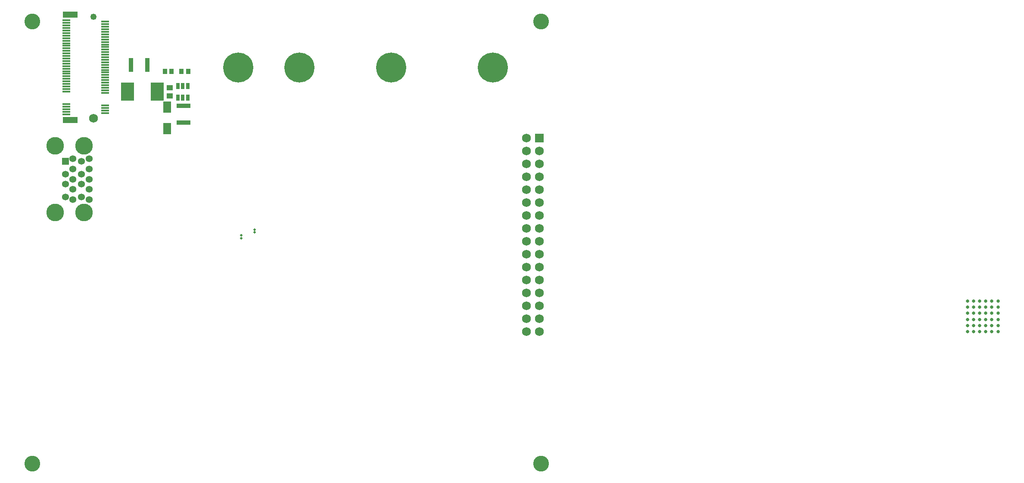
<source format=gbs>
G04*
G04 #@! TF.GenerationSoftware,Altium Limited,Altium Designer,25.1.2 (22)*
G04*
G04 Layer_Color=16711935*
%FSLAX44Y44*%
%MOMM*%
G71*
G04*
G04 #@! TF.SameCoordinates,47DE64E8-2747-4DE2-8CAA-9D4F0D5BEAA4*
G04*
G04*
G04 #@! TF.FilePolarity,Negative*
G04*
G01*
G75*
%ADD29C,3.4660*%
%ADD30C,1.3580*%
%ADD31C,1.7500*%
%ADD32C,1.2500*%
%ADD33C,5.9000*%
%ADD34C,0.6300*%
%ADD35R,1.7500X1.7500*%
%ADD36C,0.1000*%
%ADD37R,1.3580X1.3580*%
%ADD38C,3.1000*%
%ADD39C,0.5000*%
%ADD65R,0.9542X2.7062*%
%ADD71R,2.7062X0.9542*%
%ADD74R,0.9000X1.0500*%
%ADD75R,1.1500X1.0000*%
%ADD76R,0.7000X1.3000*%
%ADD77R,2.5130X3.5290*%
%ADD78R,1.6000X2.2200*%
%ADD79R,2.8500X1.3000*%
%ADD80R,1.6500X0.4000*%
D29*
X151800Y675700D02*
D03*
X95000D02*
D03*
X151800Y544300D02*
D03*
X95000D02*
D03*
D30*
X130000Y610000D02*
D03*
X147000Y575000D02*
D03*
X115000D02*
D03*
X162000Y610000D02*
D03*
X115000Y600000D02*
D03*
X130000Y570000D02*
D03*
X115000Y620000D02*
D03*
X162000Y650000D02*
D03*
Y630000D02*
D03*
Y590000D02*
D03*
Y570000D02*
D03*
X147000Y620000D02*
D03*
X130000Y630000D02*
D03*
Y590000D02*
D03*
X147000Y600000D02*
D03*
X130000Y650000D02*
D03*
X147000Y645000D02*
D03*
D31*
X170000Y730000D02*
D03*
X1047000Y665100D02*
D03*
Y639700D02*
D03*
Y614300D02*
D03*
Y588900D02*
D03*
Y563500D02*
D03*
Y411100D02*
D03*
Y436500D02*
D03*
Y461900D02*
D03*
Y487300D02*
D03*
Y512700D02*
D03*
Y538100D02*
D03*
X1021600Y334900D02*
D03*
X1047000D02*
D03*
X1021600Y385700D02*
D03*
X1047000D02*
D03*
X1021600Y436500D02*
D03*
Y487300D02*
D03*
Y538100D02*
D03*
Y588900D02*
D03*
Y639700D02*
D03*
Y690500D02*
D03*
Y309500D02*
D03*
Y360300D02*
D03*
Y411100D02*
D03*
Y461900D02*
D03*
Y512700D02*
D03*
Y563500D02*
D03*
Y614300D02*
D03*
Y665100D02*
D03*
X1047000Y309500D02*
D03*
Y360300D02*
D03*
D32*
X170000Y930000D02*
D03*
D33*
X955000Y830000D02*
D03*
X755000D02*
D03*
X575000D02*
D03*
X455000D02*
D03*
D34*
X1948000Y310000D02*
D03*
X1936000D02*
D03*
X1924000D02*
D03*
X1912000D02*
D03*
X1900000D02*
D03*
X1888000D02*
D03*
X1948000Y322000D02*
D03*
X1936000D02*
D03*
X1924000D02*
D03*
X1912000D02*
D03*
X1900000D02*
D03*
X1888000D02*
D03*
X1948000Y334000D02*
D03*
X1936000D02*
D03*
X1924000D02*
D03*
X1912000D02*
D03*
X1900000D02*
D03*
X1888000D02*
D03*
X1948000Y346000D02*
D03*
X1936000D02*
D03*
X1924000D02*
D03*
X1912000D02*
D03*
X1900000D02*
D03*
X1888000D02*
D03*
X1948000Y358000D02*
D03*
X1936000D02*
D03*
X1924000D02*
D03*
X1912000D02*
D03*
X1900000D02*
D03*
X1888000D02*
D03*
X1948000Y370000D02*
D03*
X1936000D02*
D03*
X1924000D02*
D03*
X1912000D02*
D03*
X1900000D02*
D03*
X1888000D02*
D03*
D35*
X1047000Y690500D02*
D03*
D36*
X1072400Y741300D02*
D03*
Y258700D02*
D03*
D37*
X115000Y645000D02*
D03*
D38*
X1050000Y50000D02*
D03*
Y920000D02*
D03*
X50000D02*
D03*
Y50000D02*
D03*
D39*
X461000Y493750D02*
D03*
Y499250D02*
D03*
X487027Y505211D02*
D03*
X487000Y510750D02*
D03*
D65*
X276250Y835000D02*
D03*
X243750D02*
D03*
D71*
X347000Y721750D02*
D03*
Y754250D02*
D03*
D74*
X343424Y822001D02*
D03*
X356424D02*
D03*
X323920Y822000D02*
D03*
X310920D02*
D03*
D75*
X320000Y774000D02*
D03*
Y790000D02*
D03*
D76*
X336419Y793500D02*
D03*
Y770500D02*
D03*
X345920D02*
D03*
X355420D02*
D03*
Y793500D02*
D03*
X345920D02*
D03*
D77*
X295920Y782000D02*
D03*
X237500D02*
D03*
D78*
X315000Y752150D02*
D03*
Y709850D02*
D03*
D79*
X125000Y726500D02*
D03*
Y933500D02*
D03*
D80*
X117250Y737500D02*
D03*
X192750Y740000D02*
D03*
X117250Y742500D02*
D03*
X192750Y745000D02*
D03*
X117250Y747500D02*
D03*
X192750Y750000D02*
D03*
X117250Y752500D02*
D03*
X192750Y755000D02*
D03*
X117250Y757500D02*
D03*
X192750Y780000D02*
D03*
X117250Y782500D02*
D03*
X192750Y784999D02*
D03*
X117250Y797500D02*
D03*
X192750Y805000D02*
D03*
Y810000D02*
D03*
X117250Y812500D02*
D03*
X192750Y815000D02*
D03*
Y820000D02*
D03*
Y825000D02*
D03*
X117250Y827500D02*
D03*
X192750Y830000D02*
D03*
X117250Y832500D02*
D03*
X192750Y835000D02*
D03*
X117250Y837500D02*
D03*
X192750Y840000D02*
D03*
X117250Y842499D02*
D03*
X192750Y845000D02*
D03*
X117250Y847500D02*
D03*
X192750Y850000D02*
D03*
X117250Y852500D02*
D03*
X192750Y855000D02*
D03*
X117250Y857500D02*
D03*
X192750Y860000D02*
D03*
X117250Y862500D02*
D03*
X192750Y865000D02*
D03*
X117250Y867500D02*
D03*
X192750Y870000D02*
D03*
X117250Y872500D02*
D03*
X192750Y875000D02*
D03*
X117250Y877500D02*
D03*
X192750Y880000D02*
D03*
X117250Y882500D02*
D03*
X192750Y885000D02*
D03*
X117250Y887500D02*
D03*
X192750Y890000D02*
D03*
X117250Y892500D02*
D03*
X192750Y895000D02*
D03*
X117250Y897500D02*
D03*
X192750Y899999D02*
D03*
X117250Y902500D02*
D03*
X192750Y905000D02*
D03*
X117250Y907500D02*
D03*
X192750Y909999D02*
D03*
X117250Y912500D02*
D03*
X192750Y915000D02*
D03*
X117250Y917500D02*
D03*
X192750Y920000D02*
D03*
X117250Y922500D02*
D03*
Y817500D02*
D03*
Y822500D02*
D03*
Y792500D02*
D03*
Y807500D02*
D03*
Y802500D02*
D03*
Y787500D02*
D03*
X192750Y800000D02*
D03*
Y795000D02*
D03*
Y790000D02*
D03*
M02*

</source>
